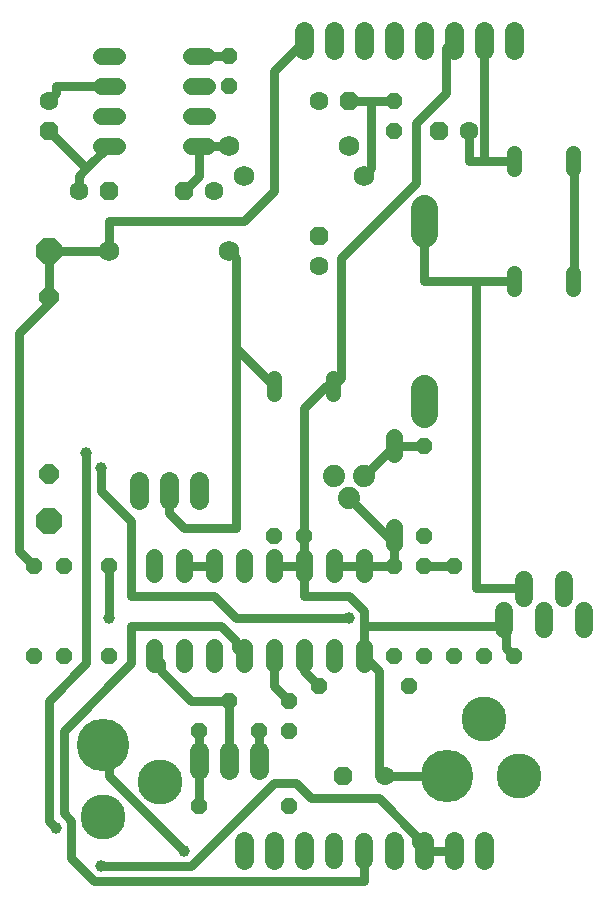
<source format=gtl>
G75*
%MOIN*%
%OFA0B0*%
%FSLAX24Y24*%
%IPPOS*%
%LPD*%
%AMOC8*
5,1,8,0,0,1.08239X$1,22.5*
%
%ADD10C,0.0560*%
%ADD11OC8,0.0560*%
%ADD12OC8,0.0630*%
%ADD13C,0.0630*%
%ADD14C,0.0740*%
%ADD15C,0.0640*%
%ADD16C,0.0516*%
%ADD17C,0.0600*%
%ADD18C,0.0680*%
%ADD19OC8,0.0640*%
%ADD20OC8,0.0850*%
%ADD21C,0.1750*%
%ADD22C,0.1500*%
%ADD23C,0.0594*%
%ADD24C,0.0885*%
%ADD25C,0.0300*%
%ADD26C,0.0390*%
D10*
X005180Y008900D02*
X005180Y009460D01*
X006180Y009460D02*
X006180Y008900D01*
X007180Y008900D02*
X007180Y009460D01*
X008180Y009460D02*
X008180Y008900D01*
X009180Y008900D02*
X009180Y009460D01*
X010180Y009460D02*
X010180Y008900D01*
X011180Y008900D02*
X011180Y009460D01*
X012180Y009460D02*
X012180Y008900D01*
X012180Y011900D02*
X012180Y012460D01*
X011180Y012460D02*
X011180Y011900D01*
X010180Y011900D02*
X010180Y012460D01*
X009180Y012460D02*
X009180Y011900D01*
X008180Y011900D02*
X008180Y012460D01*
X007180Y012460D02*
X007180Y011900D01*
X006180Y011900D02*
X006180Y012460D01*
X005180Y012460D02*
X005180Y011900D01*
X013180Y012900D02*
X013180Y013460D01*
X013180Y015900D02*
X013180Y016460D01*
X006960Y026180D02*
X006400Y026180D01*
X006400Y027180D02*
X006960Y027180D01*
X006960Y028180D02*
X006400Y028180D01*
X006400Y029180D02*
X006960Y029180D01*
X003960Y029180D02*
X003400Y029180D01*
X003400Y028180D02*
X003960Y028180D01*
X003960Y027180D02*
X003400Y027180D01*
X003400Y026180D02*
X003960Y026180D01*
D11*
X007680Y028180D03*
X007680Y029180D03*
X013180Y027680D03*
X013180Y026680D03*
X014180Y016180D03*
X014180Y013180D03*
X014180Y012180D03*
X013180Y012180D03*
X015180Y012180D03*
X015180Y009180D03*
X014180Y009180D03*
X013680Y008180D03*
X013180Y009180D03*
X010680Y008180D03*
X009680Y007680D03*
X009680Y006680D03*
X008670Y006680D03*
X007680Y007680D03*
X006690Y006680D03*
X006680Y004180D03*
X009680Y004180D03*
X003680Y009180D03*
X002180Y009180D03*
X001180Y009180D03*
X001180Y012180D03*
X002180Y012180D03*
X003680Y012180D03*
X009180Y013180D03*
X010180Y013180D03*
X016180Y009180D03*
X017180Y009180D03*
D12*
X011480Y005180D03*
X010680Y023180D03*
X011680Y027680D03*
X014680Y026680D03*
X006180Y024680D03*
X003680Y024680D03*
X001680Y026680D03*
D13*
X001680Y027680D03*
X002680Y024680D03*
X007180Y024680D03*
X010680Y022180D03*
X010680Y027680D03*
X015680Y026680D03*
X012880Y005180D03*
D14*
X011680Y014430D03*
X012180Y015180D03*
X011180Y015180D03*
D15*
X006680Y015000D02*
X006680Y014360D01*
X005680Y014360D02*
X005680Y015000D01*
X004680Y015000D02*
X004680Y014360D01*
X006680Y006000D02*
X006680Y005360D01*
X007680Y005360D02*
X007680Y006000D01*
X008680Y006000D02*
X008680Y005360D01*
X008180Y003000D02*
X008180Y002360D01*
X009180Y002360D02*
X009180Y003000D01*
X010180Y003000D02*
X010180Y002360D01*
X013180Y002360D02*
X013180Y003000D01*
X014180Y003000D02*
X014180Y002360D01*
X015180Y002360D02*
X015180Y003000D01*
X016180Y003000D02*
X016180Y002360D01*
X016180Y029360D02*
X016180Y030000D01*
X015180Y030000D02*
X015180Y029360D01*
X014180Y029360D02*
X014180Y030000D01*
X013180Y030000D02*
X013180Y029360D01*
X012180Y029360D02*
X012180Y030000D01*
X011180Y030000D02*
X011180Y029360D01*
X010180Y029360D02*
X010180Y030000D01*
X017180Y030000D02*
X017180Y029360D01*
D16*
X017196Y025938D02*
X017196Y025422D01*
X019164Y025422D02*
X019164Y025938D01*
X019164Y021938D02*
X019164Y021422D01*
X017196Y021422D02*
X017196Y021938D01*
X011164Y018438D02*
X011164Y017922D01*
X009196Y017922D02*
X009196Y018438D01*
D17*
X011180Y002980D02*
X011180Y002380D01*
X012180Y002380D02*
X012180Y002980D01*
D18*
X007680Y022680D03*
X008180Y025180D03*
X007680Y026180D03*
X003680Y022680D03*
X011680Y026180D03*
X012180Y025180D03*
D19*
X001680Y021130D03*
X001680Y015230D03*
D20*
X001680Y013680D03*
X001680Y022680D03*
D21*
X003480Y006200D03*
X014960Y005180D03*
D22*
X016180Y007070D03*
X017361Y005180D03*
X005370Y004980D03*
X003480Y003799D03*
D23*
X016841Y010076D02*
X016841Y010670D01*
X017511Y011111D02*
X017511Y011706D01*
X018180Y010670D02*
X018180Y010076D01*
X018849Y011111D02*
X018849Y011706D01*
X019519Y010670D02*
X019519Y010076D01*
D24*
X014180Y017238D02*
X014180Y018123D01*
X014180Y023238D02*
X014180Y024123D01*
D25*
X002430Y003680D02*
X002430Y002430D01*
X003180Y001680D01*
X012180Y001680D01*
X012180Y002680D01*
X012680Y004430D02*
X010430Y004430D01*
X009930Y004930D01*
X009180Y004930D01*
X006430Y002180D01*
X003430Y002180D01*
X002430Y003680D02*
X002180Y003930D01*
X002180Y006680D01*
X004430Y008930D01*
X004430Y010180D01*
X007430Y010180D01*
X007930Y009680D01*
X007930Y009430D01*
X008180Y009180D01*
X009180Y009180D02*
X009180Y008180D01*
X009680Y007680D01*
X010180Y008680D02*
X010180Y009180D01*
X010180Y008680D02*
X010680Y008180D01*
X012180Y009180D02*
X012180Y010180D01*
X012180Y010680D01*
X011680Y011180D01*
X010180Y011180D01*
X010180Y012180D01*
X010180Y013180D01*
X010180Y017430D01*
X010930Y018180D01*
X011164Y018180D01*
X011180Y018180D01*
X011430Y018430D01*
X011430Y022430D01*
X013930Y024930D01*
X013930Y026930D01*
X014930Y027930D01*
X014930Y029430D01*
X015180Y029680D01*
X016180Y029680D02*
X016180Y025680D01*
X017196Y025680D01*
X016180Y025680D02*
X015680Y025680D01*
X015680Y026680D01*
X014180Y023680D02*
X014180Y021680D01*
X015930Y021680D01*
X015930Y011430D01*
X017430Y011430D01*
X017511Y011408D01*
X016841Y010373D02*
X016680Y010180D01*
X012180Y010180D01*
X011680Y010430D02*
X007930Y010430D01*
X007180Y011180D01*
X004430Y011180D01*
X004430Y013680D01*
X003430Y014680D01*
X003430Y015430D01*
X002930Y015930D02*
X002930Y008930D01*
X001680Y007680D01*
X001680Y003680D01*
X001930Y003430D01*
X003480Y006200D02*
X003680Y006180D01*
X003680Y005180D01*
X006180Y002680D01*
X006680Y004180D02*
X006680Y005680D01*
X006680Y006680D01*
X006690Y006680D01*
X006430Y007680D02*
X007680Y007680D01*
X007680Y005680D01*
X008680Y005680D02*
X008680Y006680D01*
X008670Y006680D01*
X006430Y007680D02*
X005430Y008680D01*
X005430Y008930D01*
X005180Y009180D01*
X003680Y010430D02*
X003680Y012180D01*
X005680Y013930D02*
X006180Y013430D01*
X007930Y013430D01*
X007930Y019430D01*
X007930Y022430D01*
X007680Y022680D01*
X008180Y023680D02*
X003680Y023680D01*
X003680Y022680D01*
X001680Y022680D01*
X001680Y021130D01*
X001680Y020930D01*
X000680Y019930D01*
X000680Y012680D01*
X001180Y012180D01*
X005680Y013930D02*
X005680Y014680D01*
X006180Y012180D02*
X007180Y012180D01*
X009180Y012180D02*
X010180Y012180D01*
X011180Y012180D02*
X012180Y012180D01*
X013180Y012180D01*
X013180Y012930D01*
X013180Y013180D01*
X013180Y012930D02*
X011680Y014430D01*
X012180Y015180D02*
X013180Y016180D01*
X014180Y016180D01*
X014180Y012180D02*
X015180Y012180D01*
X016841Y010373D02*
X016930Y010180D01*
X016930Y009430D01*
X017180Y009180D01*
X014960Y005180D02*
X012880Y005180D01*
X012680Y005180D01*
X012680Y008680D01*
X012180Y009180D01*
X012680Y004430D02*
X013930Y003180D01*
X013930Y002930D01*
X014180Y002680D01*
X015180Y002680D01*
X009196Y018180D02*
X009180Y018180D01*
X007930Y019430D01*
X008180Y023680D02*
X009180Y024680D01*
X009180Y028680D01*
X010180Y029680D01*
X011680Y027680D02*
X012430Y027680D01*
X012430Y025430D01*
X012180Y025180D01*
X012430Y027680D02*
X013180Y027680D01*
X015930Y021680D02*
X017196Y021680D01*
X019164Y021680D02*
X019180Y021680D01*
X019180Y025680D01*
X019164Y025680D01*
X007680Y026180D02*
X006680Y026180D01*
X006680Y025180D01*
X006180Y024680D01*
X003680Y026180D02*
X002930Y025430D01*
X001680Y026680D01*
X001680Y027680D02*
X001930Y027930D01*
X001930Y028180D01*
X003680Y028180D01*
X002930Y025430D02*
X002680Y025180D01*
X002680Y024680D01*
X006680Y029180D02*
X007680Y029180D01*
D26*
X002930Y015930D03*
X003430Y015430D03*
X003680Y010430D03*
X001930Y003430D03*
X003430Y002180D03*
X006180Y002680D03*
X011680Y010430D03*
M02*

</source>
